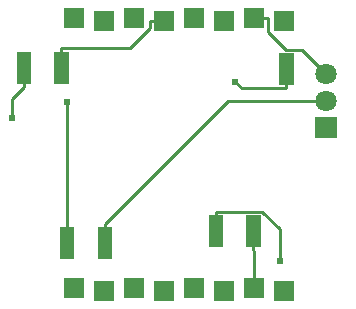
<source format=gbl>
G04 Layer: BottomLayer*
G04 EasyEDA v6.4.19.4, 2021-06-26T11:34:46+02:00*
G04 Gerber Generator version 0.2*
G04 Scale: 100 percent, Rotated: No, Reflected: No *
G04 Dimensions in inches *
G04 leading zeros omitted , absolute positions ,3 integer and 6 decimal *
%FSLAX36Y36*%
%MOIN*%

%ADD10C,0.0100*%
%ADD14C,0.0240*%
%ADD18R,0.0700X0.0700*%
%ADD20C,0.0709*%

%LPD*%
D10*
X518000Y2549200D02*
G01*
X746199Y2549200D01*
X813900Y2616999D01*
X813900Y2640000D01*
X518000Y2485000D02*
G01*
X518000Y2549200D01*
X860000Y2640000D02*
G01*
X813900Y2640000D01*
X1158000Y1875799D02*
G01*
X1160000Y1873800D01*
X1160000Y1750000D01*
X1158000Y1940000D02*
G01*
X1158000Y1875799D01*
X663000Y1964200D02*
G01*
X1073800Y2375000D01*
X1400000Y2375000D01*
X663000Y1900000D02*
G01*
X663000Y1964200D01*
X536999Y1900000D02*
G01*
X536999Y2369600D01*
X1268000Y2415799D02*
G01*
X1118299Y2415799D01*
X1097700Y2436399D01*
X1268000Y2480000D02*
G01*
X1268000Y2415799D01*
X391999Y2420799D02*
G01*
X353299Y2382100D01*
X353299Y2316900D01*
X391999Y2485000D02*
G01*
X391999Y2420799D01*
X1400000Y2465200D02*
G01*
X1320900Y2544200D01*
X1265799Y2544200D01*
X1206099Y2603899D01*
X1206099Y2650000D01*
X1160000Y2650000D02*
G01*
X1206099Y2650000D01*
X1031999Y2004200D02*
G01*
X1187899Y2004200D01*
X1246300Y1945900D01*
X1246300Y1841900D01*
X1031999Y1940000D02*
G01*
X1031999Y2004200D01*
G36*
X1291616Y2533150D02*
G01*
X1244372Y2533150D01*
X1244372Y2426849D01*
X1291616Y2426849D01*
G37*
G36*
X415626Y2538150D02*
G01*
X368382Y2538150D01*
X368382Y2431849D01*
X415626Y2431849D01*
G37*
G36*
X541617Y2538150D02*
G01*
X494373Y2538150D01*
X494373Y2431849D01*
X541617Y2431849D01*
G37*
G36*
X639373Y1846849D02*
G01*
X686617Y1846849D01*
X686617Y1953150D01*
X639373Y1953150D01*
G37*
G36*
X513382Y1846849D02*
G01*
X560626Y1846849D01*
X560626Y1953150D01*
X513382Y1953150D01*
G37*
G36*
X1055627Y1993150D02*
G01*
X1008383Y1993150D01*
X1008383Y1886849D01*
X1055627Y1886849D01*
G37*
G36*
X1181616Y1993150D02*
G01*
X1134372Y1993150D01*
X1134372Y1886849D01*
X1181616Y1886849D01*
G37*
D18*
G01*
X560000Y1750000D03*
G01*
X660000Y1740000D03*
G01*
X760000Y1750000D03*
G01*
X860000Y1740000D03*
G01*
X960000Y1750000D03*
G01*
X1060000Y1740000D03*
G01*
X1160000Y1750000D03*
G01*
X1260000Y1740000D03*
G01*
X560000Y2650000D03*
G01*
X660000Y2640000D03*
G01*
X760000Y2650000D03*
G01*
X860000Y2640000D03*
G01*
X960000Y2650000D03*
G01*
X1060000Y2640000D03*
G01*
X1160000Y2650000D03*
G01*
X1260000Y2640000D03*
G36*
X1364250Y2249405D02*
G01*
X1435749Y2249405D01*
X1435749Y2320272D01*
X1364250Y2320272D01*
G37*
D20*
G01*
X1400000Y2375000D03*
G01*
X1400000Y2465160D03*
D14*
G01*
X536999Y2369600D03*
G01*
X1097700Y2436399D03*
G01*
X353299Y2316900D03*
G01*
X1246300Y1841900D03*
M02*

</source>
